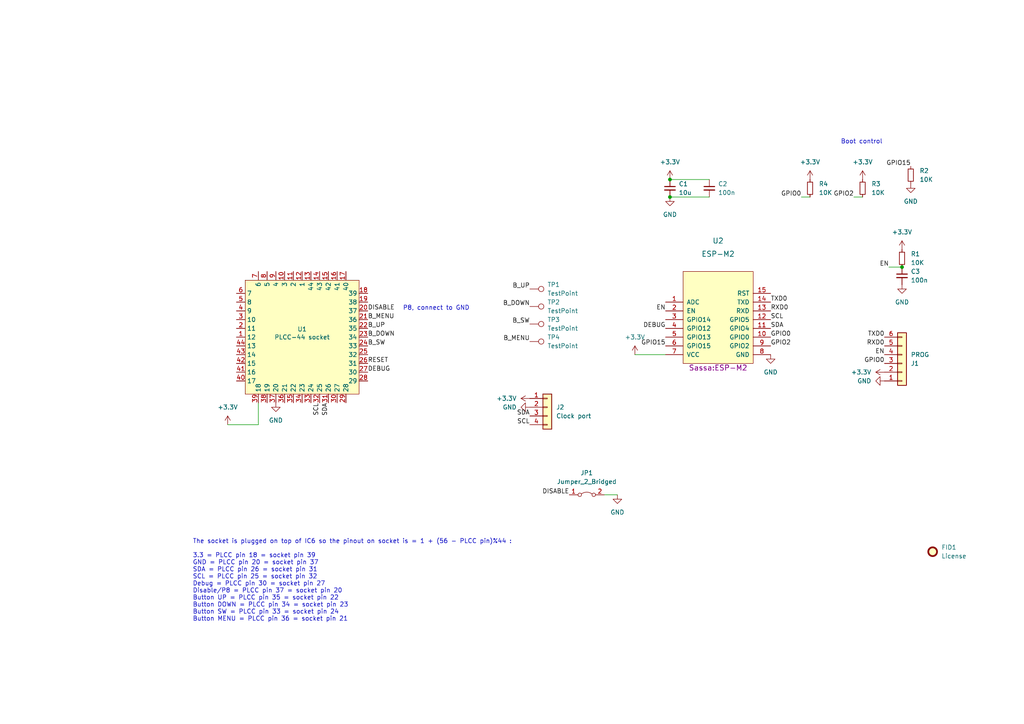
<source format=kicad_sch>
(kicad_sch (version 20211123) (generator eeschema)
  (paper "A4")
  (title_block (title "GBS-control board") (date "2022-10-22") (rev "0.1") (company "FLACO 2022 CC-BY-NC-SA"))
  (lib_symbols
    (symbol "Connector:TestPoint" (pin_numbers hide) (pin_names (offset 0.762) hide)
      (property "Reference" "TP" (at 0 6.858 0))
      (property "Value" "TestPoint" (at 0 5.08 0))
      (symbol "TestPoint_0_1"
        (circle (center 0 3.302) (radius 0.762))
      )
      (symbol "TestPoint_1_1"
        (pin passive line (at 0 0 90) (length 2.54) (name "1") (number "1"))
      )
    )
    (symbol "Connector_Generic:Conn_01x04" (pin_names (offset 1.016) hide)
      (property "Reference" "J" (at 0 5.08 0))
      (property "Value" "Conn_01x04" (at 0 -7.62 0))
      (symbol "Conn_01x04_1_1"
        (rectangle (start -1.27 -4.953) (end 0 -5.207) (stroke (width 0.1524)))
        (rectangle (start -1.27 -2.413) (end 0 -2.667) (stroke (width 0.1524)))
        (rectangle (start -1.27 0.127) (end 0 -0.127) (stroke (width 0.1524)))
        (rectangle (start -1.27 2.667) (end 0 2.413) (stroke (width 0.1524)))
        (rectangle (start -1.27 3.81) (end 1.27 -6.35) (stroke (width 0.254)) (fill (type background)))
        (pin passive line (at -5.08 2.54 0) (length 3.81) (name "Pin_1") (number "1"))
        (pin passive line (at -5.08 0 0) (length 3.81) (name "Pin_2") (number "2"))
        (pin passive line (at -5.08 -2.54 0) (length 3.81) (name "Pin_3") (number "3"))
        (pin passive line (at -5.08 -5.08 0) (length 3.81) (name "Pin_4") (number "4"))
      )
    )
    (symbol "Connector_Generic:Conn_01x06" (pin_names (offset 1.016) hide)
      (property "Reference" "J" (at 0 7.62 0))
      (property "Value" "Conn_01x06" (at 0 -10.16 0))
      (symbol "Conn_01x06_1_1"
        (rectangle (start -1.27 -7.493) (end 0 -7.747) (stroke (width 0.1524)))
        (rectangle (start -1.27 -4.953) (end 0 -5.207) (stroke (width 0.1524)))
        (rectangle (start -1.27 -2.413) (end 0 -2.667) (stroke (width 0.1524)))
        (rectangle (start -1.27 0.127) (end 0 -0.127) (stroke (width 0.1524)))
        (rectangle (start -1.27 2.667) (end 0 2.413) (stroke (width 0.1524)))
        (rectangle (start -1.27 5.207) (end 0 4.953) (stroke (width 0.1524)))
        (rectangle (start -1.27 6.35) (end 1.27 -8.89) (stroke (width 0.254)) (fill (type background)))
        (pin passive line (at -5.08 5.08 0) (length 3.81) (name "Pin_1") (number "1"))
        (pin passive line (at -5.08 2.54 0) (length 3.81) (name "Pin_2") (number "2"))
        (pin passive line (at -5.08 0 0) (length 3.81) (name "Pin_3") (number "3"))
        (pin passive line (at -5.08 -2.54 0) (length 3.81) (name "Pin_4") (number "4"))
        (pin passive line (at -5.08 -5.08 0) (length 3.81) (name "Pin_5") (number "5"))
        (pin passive line (at -5.08 -7.62 0) (length 3.81) (name "Pin_6") (number "6"))
      )
    )
    (symbol "Device:C_Small" (pin_numbers hide) (pin_names (offset 0.254) hide)
      (property "Reference" "C" (at 0.254 1.778 0))
      (property "Value" "C_Small" (at 0.254 -2.032 0))
      (symbol "C_Small_0_1"
        (polyline (pts (xy -1.524 -0.508) (xy 1.524 -0.508)) (stroke (width 0.3302)))
        (polyline (pts (xy -1.524 0.508) (xy 1.524 0.508)) (stroke (width 0.3048)))
      )
      (symbol "C_Small_1_1"
        (pin passive line (at 0 2.54 270) (length 2.032) (name "~") (number "1"))
        (pin passive line (at 0 -2.54 90) (length 2.032) (name "~") (number "2"))
      )
    )
    (symbol "Device:R_Small" (pin_numbers hide) (pin_names (offset 0.254) hide)
      (property "Reference" "R" (at 0.762 0.508 0))
      (property "Value" "R_Small" (at 0.762 -1.016 0))
      (symbol "R_Small_0_1"
        (rectangle (start -0.762 1.778) (end 0.762 -1.778) (stroke (width 0.2032)))
      )
      (symbol "R_Small_1_1"
        (pin passive line (at 0 2.54 270) (length 0.762) (name "~") (number "1"))
        (pin passive line (at 0 -2.54 90) (length 0.762) (name "~") (number "2"))
      )
    )
    (symbol "Jumper:Jumper_2_Bridged" (pin_names (offset 0) hide)
      (property "Reference" "JP" (at 0 1.905 0))
      (property "Value" "Jumper_2_Bridged" (at 0 -2.54 0))
      (symbol "Jumper_2_Bridged_0_0"
        (circle (center -2.032 0) (radius 0.508))
        (circle (center 2.032 0) (radius 0.508))
      )
      (symbol "Jumper_2_Bridged_0_1"
        (arc (start 1.524 0.254) (mid 0 0.762) (end -1.524 0.254))
      )
      (symbol "Jumper_2_Bridged_1_1"
        (pin passive line (at -5.08 0 0) (length 2.54) (name "A") (number "1"))
        (pin passive line (at 5.08 0 180) (length 2.54) (name "B") (number "2"))
      )
    )
    (symbol "Mechanical:Fiducial"
      (property "Reference" "FID" (at 0 5.08 0))
      (property "Value" "Fiducial" (at 0 3.175 0))
      (symbol "Fiducial_0_1"
        (circle (center 0 0) (radius 1.27) (stroke (width 0.508)) (fill (type background)))
      )
    )
    (symbol "Sassa:ESP-M2" (pin_names (offset 1.016))
      (property "Reference" "U?" (at 0 25.4 0))
      (property "Value" "ESP-M2" (at 0 21.59 0))
      (property "Datasheet" "https://github.com/SmartArduino/SZDOITWiKi/wiki/ESP8285---ESP-M2" (at 0 17.78 0))
      (symbol "ESP-M2_0_1"
        (rectangle (start -10.16 -10.16) (end 10.16 16.51) (fill (type background)))
      )
      (symbol "ESP-M2_1_1"
        (pin input line (at -15.24 7.62 0) (length 5.08) (name "ADC") (number "1"))
        (pin bidirectional line (at 15.24 -2.54 180) (length 5.08) (name "GPIO0") (number "10"))
        (pin bidirectional line (at 15.24 0 180) (length 5.08) (name "GPIO4") (number "11"))
        (pin bidirectional line (at 15.24 2.54 180) (length 5.08) (name "GPIO5") (number "12"))
        (pin bidirectional line (at 15.24 5.08 180) (length 5.08) (name "RXD") (number "13"))
        (pin bidirectional line (at 15.24 7.62 180) (length 5.08) (name "TXD") (number "14"))
        (pin input line (at 15.24 10.16 180) (length 5.08) (name "RST") (number "15"))
        (pin input line (at -15.24 5.08 0) (length 5.08) (name "EN") (number "2"))
        (pin bidirectional line (at -15.24 2.54 0) (length 5.08) (name "GPIO14") (number "3"))
        (pin bidirectional line (at -15.24 0 0) (length 5.08) (name "GPIO12") (number "4"))
        (pin bidirectional line (at -15.24 -2.54 0) (length 5.08) (name "GPIO13") (number "5"))
        (pin bidirectional line (at -15.24 -5.08 0) (length 5.08) (name "GPIO15") (number "6"))
        (pin power_in line (at -15.24 -7.62 0) (length 5.08) (name "VCC") (number "7"))
        (pin power_in line (at 15.24 -7.62 180) (length 5.08) (name "GND") (number "8"))
        (pin bidirectional line (at 15.24 -5.08 180) (length 5.08) (name "GPIO2") (number "9"))
      )
    )
    (symbol "Sassa:PLCC-44_Socket-on-top"
      (property "Reference" "J" (at 0 -2.54 0))
      (property "Value" "PLCC-44_Socket-on-top" (at 0 0 0))
      (symbol "PLCC-44_Socket-on-top_0_1"
        (rectangle (start -16.51 16.51) (end 16.51 -16.51) (fill (type background)))
      )
      (symbol "PLCC-44_Socket-on-top_1_1"
        (pin unspecified line (at -19.05 0 0) (length 2.54) (name "12") (number "1"))
        (pin unspecified line (at -5.08 19.05 270) (length 2.54) (name "3") (number "10"))
        (pin unspecified line (at -2.54 19.05 270) (length 2.54) (name "2") (number "11"))
        (pin unspecified line (at 0 19.05 270) (length 2.54) (name "1") (number "12"))
        (pin unspecified line (at 2.54 19.05 270) (length 2.54) (name "44") (number "13"))
        (pin unspecified line (at 5.08 19.05 270) (length 2.54) (name "43") (number "14"))
        (pin unspecified line (at 7.62 19.05 270) (length 2.54) (name "42") (number "15"))
        (pin unspecified line (at 10.16 19.05 270) (length 2.54) (name "41") (number "16"))
        (pin unspecified line (at 12.7 19.05 270) (length 2.54) (name "40") (number "17"))
        (pin unspecified line (at 19.05 12.7 180) (length 2.54) (name "39") (number "18"))
        (pin unspecified line (at 19.05 10.16 180) (length 2.54) (name "38") (number "19"))
        (pin unspecified line (at -19.05 2.54 0) (length 2.54) (name "11") (number "2"))
        (pin unspecified line (at 19.05 7.62 180) (length 2.54) (name "37") (number "20"))
        (pin unspecified line (at 19.05 5.08 180) (length 2.54) (name "36") (number "21"))
        (pin unspecified line (at 19.05 2.54 180) (length 2.54) (name "35") (number "22"))
        (pin unspecified line (at 19.05 0 180) (length 2.54) (name "34") (number "23"))
        (pin unspecified line (at 19.05 -2.54 180) (length 2.54) (name "33") (number "24"))
        (pin unspecified line (at 19.05 -5.08 180) (length 2.54) (name "32") (number "25"))
        (pin unspecified line (at 19.05 -7.62 180) (length 2.54) (name "31") (number "26"))
        (pin unspecified line (at 19.05 -10.16 180) (length 2.54) (name "30") (number "27"))
        (pin unspecified line (at 19.05 -12.7 180) (length 2.54) (name "29") (number "28"))
        (pin unspecified line (at 12.7 -19.05 90) (length 2.54) (name "28") (number "29"))
        (pin unspecified line (at -19.05 5.08 0) (length 2.54) (name "10") (number "3"))
        (pin unspecified line (at 10.16 -19.05 90) (length 2.54) (name "27") (number "30"))
        (pin unspecified line (at 7.62 -19.05 90) (length 2.54) (name "26") (number "31"))
        (pin unspecified line (at 5.08 -19.05 90) (length 2.54) (name "25") (number "32"))
        (pin unspecified line (at 2.54 -19.05 90) (length 2.54) (name "24") (number "33"))
        (pin unspecified line (at 0 -19.05 90) (length 2.54) (name "23") (number "34"))
        (pin unspecified line (at -2.54 -19.05 90) (length 2.54) (name "22") (number "35"))
        (pin unspecified line (at -5.08 -19.05 90) (length 2.54) (name "21") (number "36"))
        (pin unspecified line (at -7.62 -19.05 90) (length 2.54) (name "20") (number "37"))
        (pin unspecified line (at -10.16 -19.05 90) (length 2.54) (name "19") (number "38"))
        (pin unspecified line (at -12.7 -19.05 90) (length 2.54) (name "18") (number "39"))
        (pin unspecified line (at -19.05 7.62 0) (length 2.54) (name "9") (number "4"))
        (pin unspecified line (at -19.05 -12.7 0) (length 2.54) (name "17") (number "40"))
        (pin unspecified line (at -19.05 -10.16 0) (length 2.54) (name "16") (number "41"))
        (pin unspecified line (at -19.05 -7.62 0) (length 2.54) (name "15") (number "42"))
        (pin unspecified line (at -19.05 -5.08 0) (length 2.54) (name "14") (number "43"))
        (pin unspecified line (at -19.05 -2.54 0) (length 2.54) (name "13") (number "44"))
        (pin unspecified line (at -19.05 10.16 0) (length 2.54) (name "8") (number "5"))
        (pin unspecified line (at -19.05 12.7 0) (length 2.54) (name "7") (number "6"))
        (pin unspecified line (at -12.7 19.05 270) (length 2.54) (name "6") (number "7"))
        (pin unspecified line (at -10.16 19.05 270) (length 2.54) (name "5") (number "8"))
        (pin unspecified line (at -7.62 19.05 270) (length 2.54) (name "4") (number "9"))
      )
    )
    (symbol "power:+3.3V" (power) (pin_names (offset 0))
      (property "Value" "+3.3V" (at 0 3.556 0))
      (symbol "+3.3V_0_1"
        (polyline (pts (xy -0.762 1.27) (xy 0 2.54)))
        (polyline (pts (xy 0 0) (xy 0 2.54)))
        (polyline (pts (xy 0 2.54) (xy 0.762 1.27)))
      )
      (symbol "+3.3V_1_1"
        (pin power_in line (at 0 0 90) (length 0) hide (name "+3.3V") (number "1"))
      )
    )
    (symbol "power:GND" (power) (pin_names (offset 0))
      (property "Value" "GND" (at 0 -3.81 0))
      (symbol "GND_0_1"
        (polyline (pts (xy 0 0) (xy 0 -1.27) (xy 1.27 -1.27) (xy 0 -2.54) (xy -1.27 -1.27) (xy 0 -1.27)))
      )
      (symbol "GND_1_1"
        (pin power_in line (at 0 0 270) (length 0) hide (name "GND") (number "1"))
      )
    )
  )
  (junction (at 194.31 52.07))
  (junction (at 261.62 77.47))
  (junction (at 194.31 57.15))
  (wire (pts (xy 194.31 57.15) (xy 205.74 57.15)))
  (wire (pts (xy 257.81 77.47) (xy 261.62 77.47)))
  (wire (pts (xy 175.26 143.51) (xy 179.07 143.51)))
  (wire (pts (xy 247.65 57.15) (xy 250.19 57.15)))
  (wire (pts (xy 232.41 57.15) (xy 234.95 57.15)))
  (wire (pts (xy 74.93 123.19) (xy 66.04 123.19)))
  (wire (pts (xy 194.31 52.07) (xy 205.74 52.07)))
  (wire (pts (xy 184.15 102.87) (xy 193.04 102.87)))
  (wire (pts (xy 74.93 116.84) (xy 74.93 123.19)))
  (text "Boot control" (at 243.84 41.91 0) (effects (font (size 1.27 1.27)) (justify left bottom)))
  (text "P8, connect to GND" (at 116.84 90.17 0) (effects (font (size 1.27 1.27)) (justify left bottom)))
  (text "\nThe socket is plugged on top of IC6 so the pinout on socket is = 1 + (56 - PLCC pin)%44 :\n\n3.3 = PLCC pin 18 = socket pin 39\nGND = PLCC pin 20 = socket pin 37\nSDA = PLCC pin 26 = socket pin 31\nSCL = PLCC pin 25 = socket pin 32\nDebug = PLCC pin 30 = socket pin 27\nDisable/P8 = PLCC pin 37 = socket pin 20\nButton UP = PLCC pin 35 = socket pin 22\nButton DOWN = PLCC pin 34 = socket pin 23\nButton SW = PLCC pin 33 = socket pin 24\nButton MENU = PLCC pin 36 = socket pin 21\n" (at 55.88 180.34 0) (effects (font (size 1.27 1.27)) (justify left bottom)))
  (label "B_SW" (at 106.68 100.33 0))
  (label "GPIO15" (at 264.16 48.26 180))
  (label "SDA" (at 95.25 116.84 270))
  (label "TXD0" (at 256.54 97.79 180))
  (label "DEBUG" (at 193.04 95.25 180))
  (label "SDA" (at 153.67 120.65 180))
  (label "DISABLE" (at 106.68 90.17 0))
  (label "EN" (at 256.54 102.87 180))
  (label "B_MENU" (at 153.67 99.06 180))
  (label "EN" (at 193.04 90.17 180))
  (label "B_UP" (at 153.67 83.82 180))
  (label "EN" (at 257.81 77.47 180))
  (label "SCL" (at 153.67 123.19 180))
  (label "B_DOWN" (at 153.67 88.9 180))
  (label "DISABLE" (at 165.1 143.51 180))
  (label "GPIO15" (at 193.04 100.33 180))
  (label "SDA" (at 223.52 95.25 0))
  (label "RXD0" (at 223.52 90.17 0))
  (label "B_DOWN" (at 106.68 97.79 0))
  (label "RESET" (at 106.68 105.41 0))
  (label "SCL" (at 223.52 92.71 0))
  (label "B_SW" (at 153.67 93.98 180))
  (label "GPIO2" (at 247.65 57.15 180))
  (label "TXD0" (at 223.52 87.63 0))
  (label "SCL" (at 92.71 116.84 270))
  (label "GPIO0" (at 232.41 57.15 180))
  (label "B_UP" (at 106.68 95.25 0))
  (label "GPIO2" (at 223.52 100.33 0))
  (label "RXD0" (at 256.54 100.33 180))
  (label "DEBUG" (at 106.68 107.95 0))
  (label "GPIO0" (at 223.52 97.79 0))
  (label "B_MENU" (at 106.68 92.71 0))
  (label "GPIO0" (at 256.54 105.41 180))
  (symbol (lib_id "power:GND") (at 194.31 57.15 0) (unit 1)
    (property "Reference" "#PWR0102" (effects hide))
    (property "Value" "GND" (at 194.31 62.23 0))
  )
  (symbol (lib_id "power:GND") (at 261.62 82.55 0) (unit 1)
    (property "Reference" "#PWR09" (effects hide))
    (property "Value" "GND" (at 261.62 87.63 0))
  )
  (symbol (lib_id "power:+3.3V") (at 261.62 72.39 0) (unit 1)
    (property "Reference" "#PWR08" (effects hide))
    (property "Value" "+3.3V" (at 261.62 67.31 0))
  )
  (symbol (lib_id "power:GND") (at 179.07 143.51 0) (unit 1)
    (property "Reference" "#PWR03" (effects hide))
    (property "Value" "GND" (at 179.07 148.59 0))
  )
  (symbol (lib_id "power:GND") (at 153.67 118.11 270) (unit 1)
    (property "Reference" "#PWR011" (effects hide))
    (property "Value" "GND" (at 149.86 118.1099 90) (effects (justify right)))
  )
  (symbol (lib_id "Device:R_Small") (at 261.62 74.93 0) (unit 1)
    (property "Reference" "R1" (at 264.16 73.6599 0) (effects (justify left)))
    (property "Value" "10K" (at 264.16 76.1999 0) (effects (justify left)))
    (property "Footprint" "Resistor_SMD:R_0805_2012Metric" (effects hide))
  )
  (symbol (lib_id "power:GND") (at 80.01 116.84 0) (unit 1)
    (property "Reference" "#PWR02" (effects hide))
    (property "Value" "GND" (at 80.01 121.92 0))
  )
  (symbol (lib_id "Connector_Generic:Conn_01x06") (at 261.62 105.41 0) (mirror x) (unit 1)
    (property "Reference" "J1" (at 264.16 105.4101 0) (effects (justify left)))
    (property "Value" "PROG" (at 264.16 102.8701 0) (effects (justify left)))
    (property "Footprint" "Connector_PinSocket_2.54mm:PinSocket_1x06_P2.54mm_Vertical" (effects hide))
  )
  (symbol (lib_id "power:GND") (at 264.16 53.34 0) (unit 1)
    (property "Reference" "#PWR0103" (effects hide))
    (property "Value" "GND" (at 264.16 58.42 0))
  )
  (symbol (lib_id "Jumper:Jumper_2_Bridged") (at 170.18 143.51 0) (unit 1)
    (property "Reference" "JP1" (at 170.18 137.16 0))
    (property "Value" "Jumper_2_Bridged" (at 170.18 139.7 0))
    (property "Footprint" "Jumper:SolderJumper-2_P1.3mm_Bridged_RoundedPad1.0x1.5mm" (effects hide))
  )
  (symbol (lib_id "Device:R_Small") (at 264.16 50.8 0) (unit 1)
    (property "Reference" "R2" (at 266.7 49.5299 0) (effects (justify left)))
    (property "Value" "10K" (at 266.7 52.0699 0) (effects (justify left)))
    (property "Footprint" "Resistor_SMD:R_0805_2012Metric" (effects hide))
  )
  (symbol (lib_id "power:+3.3V") (at 250.19 52.07 0) (unit 1)
    (property "Reference" "#PWR0104" (effects hide))
    (property "Value" "+3.3V" (at 250.19 46.99 0))
  )
  (symbol (lib_id "Connector:TestPoint") (at 153.67 93.98 270) (unit 1)
    (property "Reference" "TP3" (at 158.75 92.7099 90) (effects (justify left)))
    (property "Value" "TestPoint" (at 158.75 95.2499 90) (effects (justify left)))
    (property "Footprint" "TestPoint:TestPoint_Pad_D1.0mm" (effects hide))
  )
  (symbol (lib_id "Connector:TestPoint") (at 153.67 99.06 270) (unit 1)
    (property "Reference" "TP4" (at 158.75 97.7899 90) (effects (justify left)))
    (property "Value" "TestPoint" (at 158.75 100.3299 90) (effects (justify left)))
    (property "Footprint" "TestPoint:TestPoint_Pad_D1.0mm" (effects hide))
  )
  (symbol (lib_id "Device:R_Small") (at 234.95 54.61 0) (unit 1)
    (property "Reference" "R4" (at 237.49 53.3399 0) (effects (justify left)))
    (property "Value" "10K" (at 237.49 55.8799 0) (effects (justify left)))
    (property "Footprint" "Resistor_SMD:R_0805_2012Metric" (effects hide))
  )
  (symbol (lib_id "Connector:TestPoint") (at 153.67 83.82 270) (unit 1)
    (property "Reference" "TP1" (at 158.75 82.5499 90) (effects (justify left)))
    (property "Value" "TestPoint" (at 158.75 85.0899 90) (effects (justify left)))
    (property "Footprint" "TestPoint:TestPoint_Pad_D1.0mm" (effects hide))
  )
  (symbol (lib_id "Sassa:ESP-M2") (at 208.28 95.25 0) (unit 1)
    (property "Reference" "U2" (at 208.28 69.85 0) (effects (font (size 1.524 1.524))))
    (property "Value" "ESP-M2" (at 208.28 73.66 0) (effects (font (size 1.524 1.524))))
    (property "Footprint" "Sassa:ESP-M2" (at 208.28 106.68 0) (effects (font (size 1.524 1.524))))
    (property "Datasheet" "https://github.com/SmartArduino/SZDOITWiKi/wiki/ESP8285---ESP-M2" (effects hide))
  )
  (symbol (lib_id "power:+3.3V") (at 184.15 102.87 0) (unit 1)
    (property "Reference" "#PWR04" (effects hide))
    (property "Value" "+3.3V" (at 184.15 97.79 0))
  )
  (symbol (lib_id "power:+3.3V") (at 256.54 107.95 90) (unit 1)
    (property "Reference" "#PWR06" (effects hide))
    (property "Value" "+3.3V" (at 252.73 107.9499 90) (effects (justify left)))
  )
  (symbol (lib_id "Connector:TestPoint") (at 153.67 88.9 270) (unit 1)
    (property "Reference" "TP2" (at 158.75 87.6299 90) (effects (justify left)))
    (property "Value" "TestPoint" (at 158.75 90.1699 90) (effects (justify left)))
    (property "Footprint" "TestPoint:TestPoint_Pad_D1.0mm" (effects hide))
  )
  (symbol (lib_id "Connector_Generic:Conn_01x04") (at 158.75 118.11 0) (unit 1)
    (property "Reference" "J2" (at 161.29 118.1099 0) (effects (justify left)))
    (property "Value" "Clock port" (at 161.29 120.6499 0) (effects (justify left)))
    (property "Footprint" "Connector_PinHeader_2.54mm:PinHeader_1x04_P2.54mm_Vertical" (effects hide))
  )
  (symbol (lib_id "Device:R_Small") (at 250.19 54.61 0) (unit 1)
    (property "Reference" "R3" (at 252.73 53.3399 0) (effects (justify left)))
    (property "Value" "10K" (at 252.73 55.8799 0) (effects (justify left)))
    (property "Footprint" "Resistor_SMD:R_0805_2012Metric" (effects hide))
  )
  (symbol (lib_id "power:+3.3V") (at 234.95 52.07 0) (unit 1)
    (property "Reference" "#PWR0105" (effects hide))
    (property "Value" "+3.3V" (at 234.95 46.99 0))
  )
  (symbol (lib_id "power:GND") (at 256.54 110.49 270) (unit 1)
    (property "Reference" "#PWR07" (effects hide))
    (property "Value" "GND" (at 252.73 110.4899 90) (effects (justify right)))
  )
  (symbol (lib_id "Mechanical:Fiducial") (at 270.51 160.02 0) (unit 1)
    (property "Reference" "FID1" (at 273.05 158.7499 0) (effects (justify left)))
    (property "Value" "License" (at 273.05 161.2899 0) (effects (justify left)))
    (property "Footprint" "Sassa:CC_BY_NC_SA_square_silkscreen_4.8x4.8mm" (effects hide))
  )
  (symbol (lib_id "power:+3.3V") (at 194.31 52.07 0) (unit 1)
    (property "Reference" "#PWR0101" (effects hide))
    (property "Value" "+3.3V" (at 194.31 46.99 0))
  )
  (symbol (lib_id "Device:C_Small") (at 261.62 80.01 0) (unit 1)
    (property "Reference" "C3" (at 264.16 78.7462 0) (effects (justify left)))
    (property "Value" "100n" (at 264.16 81.2862 0) (effects (justify left)))
    (property "Footprint" "Capacitor_SMD:C_0805_2012Metric" (effects hide))
  )
  (symbol (lib_id "power:GND") (at 223.52 102.87 0) (unit 1)
    (property "Reference" "#PWR05" (effects hide))
    (property "Value" "GND" (at 223.52 107.95 0))
  )
  (symbol (lib_id "power:+3.3V") (at 66.04 123.19 0) (unit 1)
    (property "Reference" "#PWR01" (effects hide))
    (property "Value" "+3.3V" (at 66.04 118.11 0))
  )
  (symbol (lib_id "Device:C_Small") (at 194.31 54.61 0) (unit 1)
    (property "Reference" "C1" (at 196.85 53.3462 0) (effects (justify left)))
    (property "Value" "10u" (at 196.85 55.8862 0) (effects (justify left)))
    (property "Footprint" "Capacitor_SMD:C_0805_2012Metric" (effects hide))
  )
  (symbol (lib_id "power:+3.3V") (at 153.67 115.57 90) (unit 1)
    (property "Reference" "#PWR010" (effects hide))
    (property "Value" "+3.3V" (at 149.86 115.5699 90) (effects (justify left)))
  )
  (symbol (lib_id "Device:C_Small") (at 205.74 54.61 0) (unit 1)
    (property "Reference" "C2" (at 208.28 53.3462 0) (effects (justify left)))
    (property "Value" "100n" (at 208.28 55.8862 0) (effects (justify left)))
    (property "Footprint" "Capacitor_SMD:C_0805_2012Metric" (effects hide))
  )
  (symbol (lib_id "Sassa:PLCC-44_Socket-on-top") (at 87.63 97.79 0) (unit 1)
    (property "Reference" "U1" (at 87.63 95.4786 0))
    (property "Value" "PLCC-44 socket" (at 87.63 97.79 0))
    (property "Footprint" "Package_LCC:PLCC-44_THT-Socket" (effects hide))
  )
)
</source>
